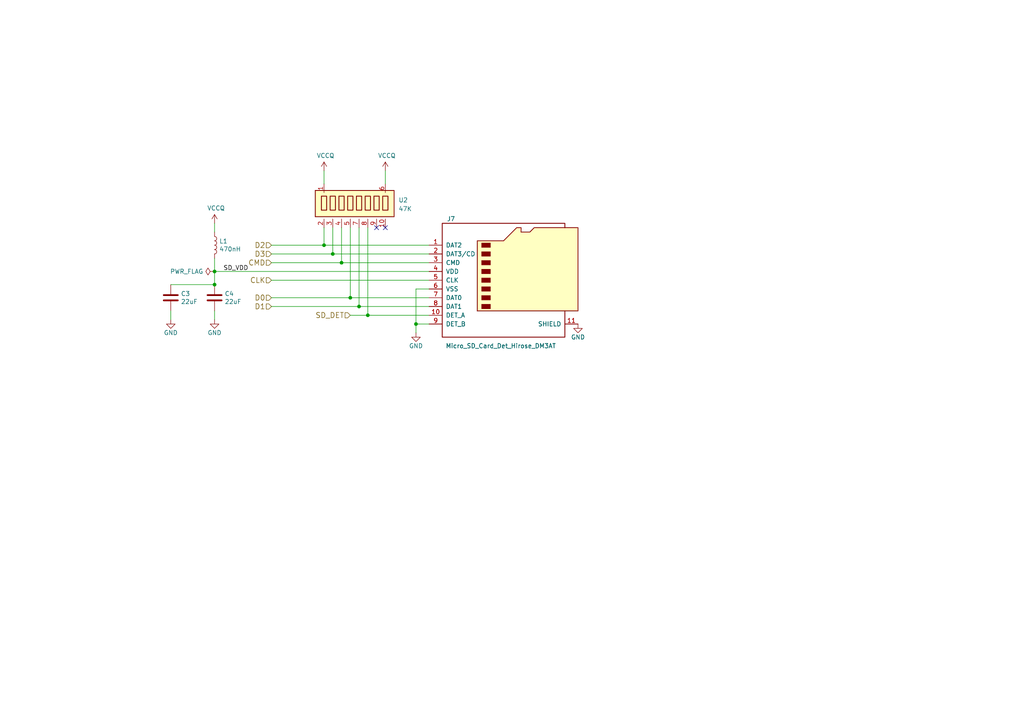
<source format=kicad_sch>
(kicad_sch (version 20230121) (generator eeschema)

  (uuid 580dd95b-2d37-4e38-9f03-b504f5bdbb30)

  (paper "A4")

  (title_block
    (title "PQ9ISH COMMS V/U")
    (date "2022-09-30")
    (rev "${version}")
    (company "Libre Space Foundation")
    (comment 1 " CERN OHLv1.2")
  )

  (lib_symbols
    (symbol "Connector:Micro_SD_Card_Det_Hirose_DM3AT" (pin_names (offset 1.016)) (in_bom yes) (on_board yes)
      (property "Reference" "J" (at -16.51 17.78 0)
        (effects (font (size 1.27 1.27)))
      )
      (property "Value" "Micro_SD_Card_Det_Hirose_DM3AT" (at 16.51 17.78 0)
        (effects (font (size 1.27 1.27)) (justify right))
      )
      (property "Footprint" "" (at 52.07 17.78 0)
        (effects (font (size 1.27 1.27)) hide)
      )
      (property "Datasheet" "https://www.hirose.com/product/en/download_file/key_name/DM3/category/Catalog/doc_file_id/49662/?file_category_id=4&item_id=195&is_series=1" (at 0 2.54 0)
        (effects (font (size 1.27 1.27)) hide)
      )
      (property "ki_keywords" "connector SD microsd" (at 0 0 0)
        (effects (font (size 1.27 1.27)) hide)
      )
      (property "ki_description" "Micro SD Card Socket with card detection pins" (at 0 0 0)
        (effects (font (size 1.27 1.27)) hide)
      )
      (property "ki_fp_filters" "microSD*" (at 0 0 0)
        (effects (font (size 1.27 1.27)) hide)
      )
      (symbol "Micro_SD_Card_Det_Hirose_DM3AT_0_1"
        (rectangle (start -7.62 -6.985) (end -5.08 -8.255)
          (stroke (width 0) (type default))
          (fill (type outline))
        )
        (rectangle (start -7.62 -4.445) (end -5.08 -5.715)
          (stroke (width 0) (type default))
          (fill (type outline))
        )
        (rectangle (start -7.62 -1.905) (end -5.08 -3.175)
          (stroke (width 0) (type default))
          (fill (type outline))
        )
        (rectangle (start -7.62 0.635) (end -5.08 -0.635)
          (stroke (width 0) (type default))
          (fill (type outline))
        )
        (rectangle (start -7.62 3.175) (end -5.08 1.905)
          (stroke (width 0) (type default))
          (fill (type outline))
        )
        (rectangle (start -7.62 5.715) (end -5.08 4.445)
          (stroke (width 0) (type default))
          (fill (type outline))
        )
        (rectangle (start -7.62 8.255) (end -5.08 6.985)
          (stroke (width 0) (type default))
          (fill (type outline))
        )
        (rectangle (start -7.62 10.795) (end -5.08 9.525)
          (stroke (width 0) (type default))
          (fill (type outline))
        )
        (polyline
          (pts
            (xy 16.51 15.24)
            (xy 16.51 16.51)
            (xy -19.05 16.51)
            (xy -19.05 -16.51)
            (xy 16.51 -16.51)
            (xy 16.51 -8.89)
          )
          (stroke (width 0.254) (type default))
          (fill (type none))
        )
        (polyline
          (pts
            (xy -8.89 -8.89)
            (xy -8.89 11.43)
            (xy -1.27 11.43)
            (xy 2.54 15.24)
            (xy 3.81 15.24)
            (xy 3.81 13.97)
            (xy 6.35 13.97)
            (xy 7.62 15.24)
            (xy 20.32 15.24)
            (xy 20.32 -8.89)
            (xy -8.89 -8.89)
          )
          (stroke (width 0.254) (type default))
          (fill (type background))
        )
      )
      (symbol "Micro_SD_Card_Det_Hirose_DM3AT_1_1"
        (pin bidirectional line (at -22.86 10.16 0) (length 3.81)
          (name "DAT2" (effects (font (size 1.27 1.27))))
          (number "1" (effects (font (size 1.27 1.27))))
        )
        (pin passive line (at -22.86 -10.16 0) (length 3.81)
          (name "DET_A" (effects (font (size 1.27 1.27))))
          (number "10" (effects (font (size 1.27 1.27))))
        )
        (pin passive line (at 20.32 -12.7 180) (length 3.81)
          (name "SHIELD" (effects (font (size 1.27 1.27))))
          (number "11" (effects (font (size 1.27 1.27))))
        )
        (pin bidirectional line (at -22.86 7.62 0) (length 3.81)
          (name "DAT3/CD" (effects (font (size 1.27 1.27))))
          (number "2" (effects (font (size 1.27 1.27))))
        )
        (pin input line (at -22.86 5.08 0) (length 3.81)
          (name "CMD" (effects (font (size 1.27 1.27))))
          (number "3" (effects (font (size 1.27 1.27))))
        )
        (pin power_in line (at -22.86 2.54 0) (length 3.81)
          (name "VDD" (effects (font (size 1.27 1.27))))
          (number "4" (effects (font (size 1.27 1.27))))
        )
        (pin input line (at -22.86 0 0) (length 3.81)
          (name "CLK" (effects (font (size 1.27 1.27))))
          (number "5" (effects (font (size 1.27 1.27))))
        )
        (pin power_in line (at -22.86 -2.54 0) (length 3.81)
          (name "VSS" (effects (font (size 1.27 1.27))))
          (number "6" (effects (font (size 1.27 1.27))))
        )
        (pin bidirectional line (at -22.86 -5.08 0) (length 3.81)
          (name "DAT0" (effects (font (size 1.27 1.27))))
          (number "7" (effects (font (size 1.27 1.27))))
        )
        (pin bidirectional line (at -22.86 -7.62 0) (length 3.81)
          (name "DAT1" (effects (font (size 1.27 1.27))))
          (number "8" (effects (font (size 1.27 1.27))))
        )
        (pin passive line (at -22.86 -12.7 0) (length 3.81)
          (name "DET_B" (effects (font (size 1.27 1.27))))
          (number "9" (effects (font (size 1.27 1.27))))
        )
      )
    )
    (symbol "Device:C" (pin_numbers hide) (pin_names (offset 0.254)) (in_bom yes) (on_board yes)
      (property "Reference" "C" (at 0.635 2.54 0)
        (effects (font (size 1.27 1.27)) (justify left))
      )
      (property "Value" "C" (at 0.635 -2.54 0)
        (effects (font (size 1.27 1.27)) (justify left))
      )
      (property "Footprint" "" (at 0.9652 -3.81 0)
        (effects (font (size 1.27 1.27)) hide)
      )
      (property "Datasheet" "~" (at 0 0 0)
        (effects (font (size 1.27 1.27)) hide)
      )
      (property "ki_keywords" "cap capacitor" (at 0 0 0)
        (effects (font (size 1.27 1.27)) hide)
      )
      (property "ki_description" "Unpolarized capacitor" (at 0 0 0)
        (effects (font (size 1.27 1.27)) hide)
      )
      (property "ki_fp_filters" "C_*" (at 0 0 0)
        (effects (font (size 1.27 1.27)) hide)
      )
      (symbol "C_0_1"
        (polyline
          (pts
            (xy -2.032 -0.762)
            (xy 2.032 -0.762)
          )
          (stroke (width 0.508) (type default))
          (fill (type none))
        )
        (polyline
          (pts
            (xy -2.032 0.762)
            (xy 2.032 0.762)
          )
          (stroke (width 0.508) (type default))
          (fill (type none))
        )
      )
      (symbol "C_1_1"
        (pin passive line (at 0 3.81 270) (length 2.794)
          (name "~" (effects (font (size 1.27 1.27))))
          (number "1" (effects (font (size 1.27 1.27))))
        )
        (pin passive line (at 0 -3.81 90) (length 2.794)
          (name "~" (effects (font (size 1.27 1.27))))
          (number "2" (effects (font (size 1.27 1.27))))
        )
      )
    )
    (symbol "Device:L" (pin_numbers hide) (pin_names (offset 1.016) hide) (in_bom yes) (on_board yes)
      (property "Reference" "L" (at -1.27 0 90)
        (effects (font (size 1.27 1.27)))
      )
      (property "Value" "L" (at 1.905 0 90)
        (effects (font (size 1.27 1.27)))
      )
      (property "Footprint" "" (at 0 0 0)
        (effects (font (size 1.27 1.27)) hide)
      )
      (property "Datasheet" "~" (at 0 0 0)
        (effects (font (size 1.27 1.27)) hide)
      )
      (property "ki_keywords" "inductor choke coil reactor magnetic" (at 0 0 0)
        (effects (font (size 1.27 1.27)) hide)
      )
      (property "ki_description" "Inductor" (at 0 0 0)
        (effects (font (size 1.27 1.27)) hide)
      )
      (property "ki_fp_filters" "Choke_* *Coil* Inductor_* L_*" (at 0 0 0)
        (effects (font (size 1.27 1.27)) hide)
      )
      (symbol "L_0_1"
        (arc (start 0 -2.54) (mid 0.6323 -1.905) (end 0 -1.27)
          (stroke (width 0) (type default))
          (fill (type none))
        )
        (arc (start 0 -1.27) (mid 0.6323 -0.635) (end 0 0)
          (stroke (width 0) (type default))
          (fill (type none))
        )
        (arc (start 0 0) (mid 0.6323 0.635) (end 0 1.27)
          (stroke (width 0) (type default))
          (fill (type none))
        )
        (arc (start 0 1.27) (mid 0.6323 1.905) (end 0 2.54)
          (stroke (width 0) (type default))
          (fill (type none))
        )
      )
      (symbol "L_1_1"
        (pin passive line (at 0 3.81 270) (length 1.27)
          (name "1" (effects (font (size 1.27 1.27))))
          (number "1" (effects (font (size 1.27 1.27))))
        )
        (pin passive line (at 0 -3.81 90) (length 1.27)
          (name "2" (effects (font (size 1.27 1.27))))
          (number "2" (effects (font (size 1.27 1.27))))
        )
      )
    )
    (symbol "lsf-kicad:RN" (pin_names hide) (in_bom yes) (on_board yes)
      (property "Reference" "U" (at 5.08 6.35 0)
        (effects (font (size 1.27 1.27)))
      )
      (property "Value" "RN" (at -1.27 6.35 0)
        (effects (font (size 1.27 1.27)))
      )
      (property "Footprint" "" (at 2.54 2.54 0)
        (effects (font (size 1.27 1.27)) hide)
      )
      (property "Datasheet" "https://industrial.panasonic.com/cdbs/www-data/pdf/AOC0000/AOC0000C12.pdf" (at 2.54 2.54 0)
        (effects (font (size 1.27 1.27)) hide)
      )
      (property "ki_keywords" "resistors" (at 0 0 0)
        (effects (font (size 1.27 1.27)) hide)
      )
      (property "ki_description" "Resistor Network" (at 0 0 0)
        (effects (font (size 1.27 1.27)) hide)
      )
      (property "ki_fp_filters" "EXBD* EXBE*" (at 0 0 0)
        (effects (font (size 1.27 1.27)) hide)
      )
      (symbol "RN_1_1"
        (rectangle (start -10.16 -4.445) (end 12.7 3.175)
          (stroke (width 0.254) (type default))
          (fill (type background))
        )
        (rectangle (start -8.382 1.524) (end -6.858 -2.54)
          (stroke (width 0.254) (type default))
          (fill (type none))
        )
        (rectangle (start -5.842 1.524) (end -4.318 -2.54)
          (stroke (width 0.254) (type default))
          (fill (type none))
        )
        (rectangle (start -3.302 1.524) (end -1.778 -2.54)
          (stroke (width 0.254) (type default))
          (fill (type none))
        )
        (rectangle (start -0.762 1.524) (end 0.762 -2.54)
          (stroke (width 0.254) (type default))
          (fill (type none))
        )
        (rectangle (start 1.778 1.524) (end 3.302 -2.54)
          (stroke (width 0.254) (type default))
          (fill (type none))
        )
        (rectangle (start 4.318 1.524) (end 5.842 -2.54)
          (stroke (width 0.254) (type default))
          (fill (type none))
        )
        (rectangle (start 6.858 1.524) (end 8.382 -2.54)
          (stroke (width 0.254) (type default))
          (fill (type none))
        )
        (rectangle (start 9.398 1.524) (end 10.922 -2.54)
          (stroke (width 0.254) (type default))
          (fill (type none))
        )
        (pin passive line (at -7.62 5.08 270) (length 2.54)
          (name "common" (effects (font (size 1.27 1.27))))
          (number "1" (effects (font (size 1.27 1.27))))
        )
        (pin passive line (at 10.16 -7.62 90) (length 2.54)
          (name "R8" (effects (font (size 1.27 1.27))))
          (number "10" (effects (font (size 1.27 1.27))))
        )
        (pin passive line (at -7.62 -7.62 90) (length 2.54)
          (name "R1" (effects (font (size 1.27 1.27))))
          (number "2" (effects (font (size 1.27 1.27))))
        )
        (pin passive line (at -5.08 -7.62 90) (length 2.54)
          (name "R2" (effects (font (size 1.27 1.27))))
          (number "3" (effects (font (size 1.27 1.27))))
        )
        (pin passive line (at -2.54 -7.62 90) (length 2.54)
          (name "R3" (effects (font (size 1.27 1.27))))
          (number "4" (effects (font (size 1.27 1.27))))
        )
        (pin passive line (at 0 -7.62 90) (length 2.54)
          (name "R4" (effects (font (size 1.27 1.27))))
          (number "5" (effects (font (size 1.27 1.27))))
        )
        (pin passive line (at 10.16 5.08 270) (length 2.54)
          (name "Common" (effects (font (size 1.27 1.27))))
          (number "6" (effects (font (size 1.27 1.27))))
        )
        (pin passive line (at 2.54 -7.62 90) (length 2.54)
          (name "R5" (effects (font (size 1.27 1.27))))
          (number "7" (effects (font (size 1.27 1.27))))
        )
        (pin passive line (at 5.08 -7.62 90) (length 2.54)
          (name "R6" (effects (font (size 1.27 1.27))))
          (number "8" (effects (font (size 1.27 1.27))))
        )
        (pin passive line (at 7.62 -7.62 90) (length 2.54)
          (name "R7" (effects (font (size 1.27 1.27))))
          (number "9" (effects (font (size 1.27 1.27))))
        )
      )
    )
    (symbol "power:GND" (power) (pin_names (offset 0)) (in_bom yes) (on_board yes)
      (property "Reference" "#PWR" (at 0 -6.35 0)
        (effects (font (size 1.27 1.27)) hide)
      )
      (property "Value" "GND" (at 0 -3.81 0)
        (effects (font (size 1.27 1.27)))
      )
      (property "Footprint" "" (at 0 0 0)
        (effects (font (size 1.27 1.27)) hide)
      )
      (property "Datasheet" "" (at 0 0 0)
        (effects (font (size 1.27 1.27)) hide)
      )
      (property "ki_keywords" "power-flag" (at 0 0 0)
        (effects (font (size 1.27 1.27)) hide)
      )
      (property "ki_description" "Power symbol creates a global label with name \"GND\" , ground" (at 0 0 0)
        (effects (font (size 1.27 1.27)) hide)
      )
      (symbol "GND_0_1"
        (polyline
          (pts
            (xy 0 0)
            (xy 0 -1.27)
            (xy 1.27 -1.27)
            (xy 0 -2.54)
            (xy -1.27 -1.27)
            (xy 0 -1.27)
          )
          (stroke (width 0) (type default))
          (fill (type none))
        )
      )
      (symbol "GND_1_1"
        (pin power_in line (at 0 0 270) (length 0) hide
          (name "GND" (effects (font (size 1.27 1.27))))
          (number "1" (effects (font (size 1.27 1.27))))
        )
      )
    )
    (symbol "power:PWR_FLAG" (power) (pin_numbers hide) (pin_names (offset 0) hide) (in_bom yes) (on_board yes)
      (property "Reference" "#FLG" (at 0 1.905 0)
        (effects (font (size 1.27 1.27)) hide)
      )
      (property "Value" "PWR_FLAG" (at 0 3.81 0)
        (effects (font (size 1.27 1.27)))
      )
      (property "Footprint" "" (at 0 0 0)
        (effects (font (size 1.27 1.27)) hide)
      )
      (property "Datasheet" "~" (at 0 0 0)
        (effects (font (size 1.27 1.27)) hide)
      )
      (property "ki_keywords" "power-flag" (at 0 0 0)
        (effects (font (size 1.27 1.27)) hide)
      )
      (property "ki_description" "Special symbol for telling ERC where power comes from" (at 0 0 0)
        (effects (font (size 1.27 1.27)) hide)
      )
      (symbol "PWR_FLAG_0_0"
        (pin power_out line (at 0 0 90) (length 0)
          (name "pwr" (effects (font (size 1.27 1.27))))
          (number "1" (effects (font (size 1.27 1.27))))
        )
      )
      (symbol "PWR_FLAG_0_1"
        (polyline
          (pts
            (xy 0 0)
            (xy 0 1.27)
            (xy -1.016 1.905)
            (xy 0 2.54)
            (xy 1.016 1.905)
            (xy 0 1.27)
          )
          (stroke (width 0) (type default))
          (fill (type none))
        )
      )
    )
    (symbol "power:VCCQ" (power) (pin_names (offset 0)) (in_bom yes) (on_board yes)
      (property "Reference" "#PWR" (at 0 -3.81 0)
        (effects (font (size 1.27 1.27)) hide)
      )
      (property "Value" "VCCQ" (at 0 3.81 0)
        (effects (font (size 1.27 1.27)))
      )
      (property "Footprint" "" (at 0 0 0)
        (effects (font (size 1.27 1.27)) hide)
      )
      (property "Datasheet" "" (at 0 0 0)
        (effects (font (size 1.27 1.27)) hide)
      )
      (property "ki_keywords" "power-flag" (at 0 0 0)
        (effects (font (size 1.27 1.27)) hide)
      )
      (property "ki_description" "Power symbol creates a global label with name \"VCCQ\"" (at 0 0 0)
        (effects (font (size 1.27 1.27)) hide)
      )
      (symbol "VCCQ_0_1"
        (polyline
          (pts
            (xy -0.762 1.27)
            (xy 0 2.54)
          )
          (stroke (width 0) (type default))
          (fill (type none))
        )
        (polyline
          (pts
            (xy 0 0)
            (xy 0 2.54)
          )
          (stroke (width 0) (type default))
          (fill (type none))
        )
        (polyline
          (pts
            (xy 0 2.54)
            (xy 0.762 1.27)
          )
          (stroke (width 0) (type default))
          (fill (type none))
        )
      )
      (symbol "VCCQ_1_1"
        (pin power_in line (at 0 0 90) (length 0) hide
          (name "VCCQ" (effects (font (size 1.27 1.27))))
          (number "1" (effects (font (size 1.27 1.27))))
        )
      )
    )
  )

  (junction (at 93.98 71.12) (diameter 0) (color 0 0 0 0)
    (uuid 079d9418-34f2-4aaa-8d49-a8a681b73d06)
  )
  (junction (at 104.14 88.9) (diameter 0) (color 0 0 0 0)
    (uuid 0ebb5e69-b695-44f7-ac08-73afdf0969aa)
  )
  (junction (at 101.6 86.36) (diameter 0) (color 0 0 0 0)
    (uuid 1756409a-f81d-4114-95aa-db5303f71d5c)
  )
  (junction (at 62.23 78.74) (diameter 0) (color 0 0 0 0)
    (uuid 3f28c767-2194-4fa3-b3fd-f5e1d773889c)
  )
  (junction (at 96.52 73.66) (diameter 0) (color 0 0 0 0)
    (uuid 52ce1fb2-2bf7-4917-88e4-bdda9acb83d9)
  )
  (junction (at 106.68 91.44) (diameter 0) (color 0 0 0 0)
    (uuid 5e3529e9-8195-4acb-900b-068734bcd696)
  )
  (junction (at 120.65 93.98) (diameter 0) (color 0 0 0 0)
    (uuid 653ed7c9-bcbb-47d2-86c5-29134b7b46d5)
  )
  (junction (at 62.23 82.55) (diameter 0) (color 0 0 0 0)
    (uuid 6c6856ab-18aa-4379-97af-5d1fb4b33e91)
  )
  (junction (at 99.06 76.2) (diameter 0) (color 0 0 0 0)
    (uuid 8e797c7f-dd6c-42c8-9bdc-f3ef2a35050d)
  )

  (no_connect (at 109.22 66.04) (uuid a5bd1f02-0824-49b2-9cc6-4d84e203bdbc))
  (no_connect (at 111.76 66.04) (uuid e63d52be-46f5-45da-b665-b55a13e00425))

  (wire (pts (xy 78.74 73.66) (xy 96.52 73.66))
    (stroke (width 0) (type default))
    (uuid 05d90e7f-a1e7-4bee-9740-dcaa6b55faf6)
  )
  (wire (pts (xy 96.52 73.66) (xy 124.46 73.66))
    (stroke (width 0) (type default))
    (uuid 0b9dc6d5-9b5e-4809-97aa-97a6bbf135b0)
  )
  (wire (pts (xy 93.98 71.12) (xy 124.46 71.12))
    (stroke (width 0) (type default))
    (uuid 0cb6447d-b236-42a4-9336-351569343d98)
  )
  (wire (pts (xy 124.46 83.82) (xy 120.65 83.82))
    (stroke (width 0) (type default))
    (uuid 0f986f99-73d6-44da-8bb7-a9e4cb739b20)
  )
  (wire (pts (xy 49.53 90.17) (xy 49.53 92.71))
    (stroke (width 0) (type default))
    (uuid 1b8ecd8c-534d-4a44-9e06-e439bf78b577)
  )
  (wire (pts (xy 111.76 49.53) (xy 111.76 53.34))
    (stroke (width 0) (type default))
    (uuid 26dbae75-1bbf-41ff-b509-f04fa2a67025)
  )
  (wire (pts (xy 101.6 66.04) (xy 101.6 86.36))
    (stroke (width 0) (type default))
    (uuid 27c705c4-7c95-4762-8cd2-ad0c822b836c)
  )
  (wire (pts (xy 106.68 66.04) (xy 106.68 91.44))
    (stroke (width 0) (type default))
    (uuid 3507806c-8d07-4abc-bc48-a97a995d7768)
  )
  (wire (pts (xy 62.23 78.74) (xy 62.23 82.55))
    (stroke (width 0) (type default))
    (uuid 36ece597-f497-414a-bc22-d1483903de74)
  )
  (wire (pts (xy 62.23 64.77) (xy 62.23 67.31))
    (stroke (width 0) (type default))
    (uuid 43601215-9d9e-4b5c-8bea-3e7357b27876)
  )
  (wire (pts (xy 104.14 66.04) (xy 104.14 88.9))
    (stroke (width 0) (type default))
    (uuid 47ed7763-8d55-4688-9fee-364194d2ee2a)
  )
  (wire (pts (xy 78.74 86.36) (xy 101.6 86.36))
    (stroke (width 0) (type default))
    (uuid 53a92df4-7298-4d72-aea2-0055ef09348a)
  )
  (wire (pts (xy 99.06 66.04) (xy 99.06 76.2))
    (stroke (width 0) (type default))
    (uuid 56d66012-8ce8-42c1-85bc-5eb7eaefef1f)
  )
  (wire (pts (xy 49.53 82.55) (xy 62.23 82.55))
    (stroke (width 0) (type default))
    (uuid 5ab97d5f-22db-4a8f-b21a-ae04d82b14a4)
  )
  (wire (pts (xy 104.14 88.9) (xy 124.46 88.9))
    (stroke (width 0) (type default))
    (uuid 636b7a41-a053-462c-8126-b49dc9127b2d)
  )
  (wire (pts (xy 101.6 86.36) (xy 124.46 86.36))
    (stroke (width 0) (type default))
    (uuid 64bb0d26-be30-4edb-ba6a-156878c7e4c1)
  )
  (wire (pts (xy 93.98 49.53) (xy 93.98 53.34))
    (stroke (width 0) (type default))
    (uuid 6b93ff40-a1b0-43d3-bab7-b70ccf8e4558)
  )
  (wire (pts (xy 101.6 91.44) (xy 106.68 91.44))
    (stroke (width 0) (type default))
    (uuid 71d99a5f-500e-4b33-abff-a406ef09375c)
  )
  (wire (pts (xy 120.65 83.82) (xy 120.65 93.98))
    (stroke (width 0) (type default))
    (uuid 8b2be630-b44a-4a6d-af82-b044dd8d92bc)
  )
  (wire (pts (xy 62.23 90.17) (xy 62.23 92.71))
    (stroke (width 0) (type default))
    (uuid 94a5e0f5-7b3d-4907-8acb-139d2db5dd45)
  )
  (wire (pts (xy 120.65 93.98) (xy 120.65 96.52))
    (stroke (width 0) (type default))
    (uuid 9699c3ec-7c07-438e-815a-a59bc7852d5c)
  )
  (wire (pts (xy 78.74 88.9) (xy 104.14 88.9))
    (stroke (width 0) (type default))
    (uuid b40ec40d-207b-4b09-b91e-cb00045b25ee)
  )
  (wire (pts (xy 62.23 78.74) (xy 124.46 78.74))
    (stroke (width 0) (type default))
    (uuid b6504ecc-3d0d-47aa-952b-be54a7a048f0)
  )
  (wire (pts (xy 78.74 81.28) (xy 124.46 81.28))
    (stroke (width 0) (type default))
    (uuid c2245cb4-3ca3-4f4a-9381-e99658d315f0)
  )
  (wire (pts (xy 96.52 66.04) (xy 96.52 73.66))
    (stroke (width 0) (type default))
    (uuid c77ec03b-df8f-4b2d-8680-c5b6203dea5a)
  )
  (wire (pts (xy 78.74 71.12) (xy 93.98 71.12))
    (stroke (width 0) (type default))
    (uuid cbd92a5c-76c9-4f10-abf7-dffbc859a445)
  )
  (wire (pts (xy 93.98 66.04) (xy 93.98 71.12))
    (stroke (width 0) (type default))
    (uuid cf4b2713-ee6f-4435-94db-6e8e14943641)
  )
  (wire (pts (xy 62.23 74.93) (xy 62.23 78.74))
    (stroke (width 0) (type default))
    (uuid d1d17734-da80-4004-b7d9-be6b578eddd3)
  )
  (wire (pts (xy 78.74 76.2) (xy 99.06 76.2))
    (stroke (width 0) (type default))
    (uuid e747ebdd-477d-4a97-92b9-575517c8e19d)
  )
  (wire (pts (xy 99.06 76.2) (xy 124.46 76.2))
    (stroke (width 0) (type default))
    (uuid e99c82c8-0034-4713-a6ee-b9cad27bc6bd)
  )
  (wire (pts (xy 124.46 93.98) (xy 120.65 93.98))
    (stroke (width 0) (type default))
    (uuid f89293a5-5288-447c-a3d5-1c47d67c19e7)
  )
  (wire (pts (xy 106.68 91.44) (xy 124.46 91.44))
    (stroke (width 0) (type default))
    (uuid fa2536b8-ec9e-46cd-87a2-349a6196c633)
  )

  (label "SD_VDD" (at 64.77 78.74 0) (fields_autoplaced)
    (effects (font (size 1.27 1.27)) (justify left bottom))
    (uuid b6c8af22-ff57-4792-92c9-cc70bb1fbb6d)
  )

  (hierarchical_label "D0" (shape input) (at 78.74 86.36 180) (fields_autoplaced)
    (effects (font (size 1.524 1.524)) (justify right))
    (uuid 2dd853d9-06e7-425c-8c26-2e05131ec04e)
  )
  (hierarchical_label "D2" (shape input) (at 78.74 71.12 180) (fields_autoplaced)
    (effects (font (size 1.524 1.524)) (justify right))
    (uuid 3579d77b-9b78-4c35-95d3-907116013917)
  )
  (hierarchical_label "SD_DET" (shape input) (at 101.6 91.44 180) (fields_autoplaced)
    (effects (font (size 1.524 1.524)) (justify right))
    (uuid af1399a6-6507-48e1-97eb-845315a626b7)
  )
  (hierarchical_label "D1" (shape input) (at 78.74 88.9 180) (fields_autoplaced)
    (effects (font (size 1.524 1.524)) (justify right))
    (uuid b0cf0199-3349-4743-a382-d0d9bf1a17e1)
  )
  (hierarchical_label "CLK" (shape input) (at 78.74 81.28 180) (fields_autoplaced)
    (effects (font (size 1.524 1.524)) (justify right))
    (uuid b6219cd8-c726-439a-bbd5-d51523297b4e)
  )
  (hierarchical_label "D3" (shape input) (at 78.74 73.66 180) (fields_autoplaced)
    (effects (font (size 1.524 1.524)) (justify right))
    (uuid bab31d72-0a9b-4241-b00c-15d21ce3eb70)
  )
  (hierarchical_label "CMD" (shape input) (at 78.74 76.2 180) (fields_autoplaced)
    (effects (font (size 1.524 1.524)) (justify right))
    (uuid db0f6a20-33cc-4e56-b1cd-dd640048fe32)
  )

  (symbol (lib_id "Connector:Micro_SD_Card_Det_Hirose_DM3AT") (at 147.32 81.28 0) (unit 1)
    (in_bom yes) (on_board yes) (dnp no)
    (uuid 00000000-0000-0000-0000-00005a286c02)
    (property "Reference" "J7" (at 130.81 63.5 0)
      (effects (font (size 1.27 1.27)))
    )
    (property "Value" "Micro_SD_Card_Det_Hirose_DM3AT" (at 161.29 100.33 0)
      (effects (font (size 1.27 1.27)) (justify right))
    )
    (property "Footprint" "Connector_Card:microSD_HC_Hirose_DM3D-SF" (at 199.39 63.5 0)
      (effects (font (size 1.27 1.27)) hide)
    )
    (property "Datasheet" "https://www.hirose.com/product/en/download_file/key_name/DM3/category/Catalog/doc_file_id/49662/?file_category_id=4&item_id=195&is_series=1" (at 147.32 78.74 0)
      (effects (font (size 1.27 1.27)) hide)
    )
    (property "Part Number" "DM3D-SF" (at 0 162.56 0)
      (effects (font (size 1.27 1.27)) hide)
    )
    (pin "1" (uuid 1026daf8-f7cf-41f1-96d0-fa3e6953b299))
    (pin "10" (uuid fa80a200-a09e-4a72-bf72-0c5b218edc74))
    (pin "11" (uuid fb8e7cce-b48f-4db7-b649-f8007aac23de))
    (pin "2" (uuid f0529ebc-9629-4c14-834e-0131ce495f5a))
    (pin "3" (uuid b5f2fa21-ca4f-48d4-ba8b-0c796a088f0d))
    (pin "4" (uuid a33101e6-0746-456d-ac3c-55960277d703))
    (pin "5" (uuid 18159970-be8a-4a29-8201-b96d66f302e7))
    (pin "6" (uuid 63aa011a-6ea7-41d3-85c8-b72de4353156))
    (pin "7" (uuid 51bb842f-14a4-4c54-abc1-fd1733586c54))
    (pin "8" (uuid 1dffd312-7394-400d-a7cd-d4b1d3c3ac4d))
    (pin "9" (uuid 0229215f-1794-4441-aa12-5b4227dd1eda))
    (instances
      (project "NEW_PCB_ADCS"
        (path "/42c40d7d-71af-4ce9-bac9-d638f259c957/00000000-0000-0000-0000-00005a285e0e"
          (reference "J7") (unit 1)
        )
      )
      (project "pq9ish-main-hw"
        (path "/619b49ed-1bcd-4c84-8c0f-98372f01728f/00000000-0000-0000-0000-00005a285e0e"
          (reference "J5") (unit 1)
        )
      )
    )
  )

  (symbol (lib_id "power:GND") (at 120.65 96.52 0) (unit 1)
    (in_bom yes) (on_board yes) (dnp no)
    (uuid 00000000-0000-0000-0000-00005a286d53)
    (property "Reference" "#PWR022" (at 120.65 102.87 0)
      (effects (font (size 1.27 1.27)) hide)
    )
    (property "Value" "GND" (at 120.65 100.33 0)
      (effects (font (size 1.27 1.27)))
    )
    (property "Footprint" "" (at 120.65 96.52 0)
      (effects (font (size 1.27 1.27)) hide)
    )
    (property "Datasheet" "" (at 120.65 96.52 0)
      (effects (font (size 1.27 1.27)) hide)
    )
    (pin "1" (uuid 5ecc039e-3e5d-4e58-81d7-ae0d27f1455c))
    (instances
      (project "NEW_PCB_ADCS"
        (path "/42c40d7d-71af-4ce9-bac9-d638f259c957/00000000-0000-0000-0000-00005a285e0e"
          (reference "#PWR022") (unit 1)
        )
      )
      (project "pq9ish-main-hw"
        (path "/619b49ed-1bcd-4c84-8c0f-98372f01728f/00000000-0000-0000-0000-00005a285e0e"
          (reference "#PWR029") (unit 1)
        )
      )
    )
  )

  (symbol (lib_id "power:GND") (at 167.64 93.98 0) (unit 1)
    (in_bom yes) (on_board yes) (dnp no)
    (uuid 00000000-0000-0000-0000-00005a286d89)
    (property "Reference" "#PWR023" (at 167.64 100.33 0)
      (effects (font (size 1.27 1.27)) hide)
    )
    (property "Value" "GND" (at 167.64 97.79 0)
      (effects (font (size 1.27 1.27)))
    )
    (property "Footprint" "" (at 167.64 93.98 0)
      (effects (font (size 1.27 1.27)) hide)
    )
    (property "Datasheet" "" (at 167.64 93.98 0)
      (effects (font (size 1.27 1.27)) hide)
    )
    (pin "1" (uuid 6155e514-52aa-48fa-8e00-46fb7897db32))
    (instances
      (project "NEW_PCB_ADCS"
        (path "/42c40d7d-71af-4ce9-bac9-d638f259c957/00000000-0000-0000-0000-00005a285e0e"
          (reference "#PWR023") (unit 1)
        )
      )
      (project "pq9ish-main-hw"
        (path "/619b49ed-1bcd-4c84-8c0f-98372f01728f/00000000-0000-0000-0000-00005a285e0e"
          (reference "#PWR030") (unit 1)
        )
      )
    )
  )

  (symbol (lib_id "power:VCCQ") (at 62.23 64.77 0) (unit 1)
    (in_bom yes) (on_board yes) (dnp no)
    (uuid 00000000-0000-0000-0000-00005a85ac75)
    (property "Reference" "#PWR018" (at 62.23 68.58 0)
      (effects (font (size 1.27 1.27)) hide)
    )
    (property "Value" "VCCQ" (at 62.6618 60.3758 0)
      (effects (font (size 1.27 1.27)))
    )
    (property "Footprint" "" (at 62.23 64.77 0)
      (effects (font (size 1.27 1.27)) hide)
    )
    (property "Datasheet" "" (at 62.23 64.77 0)
      (effects (font (size 1.27 1.27)) hide)
    )
    (pin "1" (uuid 424c07f3-2278-48c3-8cbf-d1cce43175d7))
    (instances
      (project "NEW_PCB_ADCS"
        (path "/42c40d7d-71af-4ce9-bac9-d638f259c957/00000000-0000-0000-0000-00005a285e0e"
          (reference "#PWR018") (unit 1)
        )
      )
      (project "pq9ish-main-hw"
        (path "/619b49ed-1bcd-4c84-8c0f-98372f01728f/00000000-0000-0000-0000-00005a285e0e"
          (reference "#PWR031") (unit 1)
        )
      )
    )
  )

  (symbol (lib_id "power:VCCQ") (at 111.76 49.53 0) (unit 1)
    (in_bom yes) (on_board yes) (dnp no)
    (uuid 00000000-0000-0000-0000-00005a9021fe)
    (property "Reference" "#PWR021" (at 111.76 53.34 0)
      (effects (font (size 1.27 1.27)) hide)
    )
    (property "Value" "VCCQ" (at 112.1918 45.1358 0)
      (effects (font (size 1.27 1.27)))
    )
    (property "Footprint" "" (at 111.76 49.53 0)
      (effects (font (size 1.27 1.27)) hide)
    )
    (property "Datasheet" "" (at 111.76 49.53 0)
      (effects (font (size 1.27 1.27)) hide)
    )
    (pin "1" (uuid 98d327bb-5c51-4bae-8edf-7d0e4b59178b))
    (instances
      (project "NEW_PCB_ADCS"
        (path "/42c40d7d-71af-4ce9-bac9-d638f259c957/00000000-0000-0000-0000-00005a285e0e"
          (reference "#PWR021") (unit 1)
        )
      )
      (project "pq9ish-main-hw"
        (path "/619b49ed-1bcd-4c84-8c0f-98372f01728f/00000000-0000-0000-0000-00005a285e0e"
          (reference "#PWR055") (unit 1)
        )
      )
    )
  )

  (symbol (lib_id "Device:L") (at 62.23 71.12 0) (unit 1)
    (in_bom yes) (on_board yes) (dnp no)
    (uuid 00000000-0000-0000-0000-00005a91484a)
    (property "Reference" "L1" (at 63.5762 69.9516 0)
      (effects (font (size 1.27 1.27)) (justify left))
    )
    (property "Value" "470nH" (at 63.5762 72.263 0)
      (effects (font (size 1.27 1.27)) (justify left))
    )
    (property "Footprint" "Inductor_SMD:L_0603_1608Metric_Pad1.05x0.95mm_HandSolder" (at 62.23 71.12 0)
      (effects (font (size 1.27 1.27)) hide)
    )
    (property "Datasheet" "~" (at 62.23 71.12 0)
      (effects (font (size 1.27 1.27)) hide)
    )
    (property "Part Number" "DFE18SANR47ME0L" (at 0 142.24 0)
      (effects (font (size 1.27 1.27)) hide)
    )
    (pin "1" (uuid e0f4947c-5344-47be-a0c6-9ef6914d5ceb))
    (pin "2" (uuid bbfb5e2a-171d-4851-a7fe-807961c42b2c))
    (instances
      (project "NEW_PCB_ADCS"
        (path "/42c40d7d-71af-4ce9-bac9-d638f259c957/00000000-0000-0000-0000-00005a285e0e"
          (reference "L1") (unit 1)
        )
      )
      (project "pq9ish-main-hw"
        (path "/619b49ed-1bcd-4c84-8c0f-98372f01728f/00000000-0000-0000-0000-00005a285e0e"
          (reference "L15") (unit 1)
        )
      )
    )
  )

  (symbol (lib_id "Device:C") (at 62.23 86.36 0) (unit 1)
    (in_bom yes) (on_board yes) (dnp no)
    (uuid 00000000-0000-0000-0000-00005a914a42)
    (property "Reference" "C4" (at 65.151 85.1916 0)
      (effects (font (size 1.27 1.27)) (justify left))
    )
    (property "Value" "22uF" (at 65.151 87.503 0)
      (effects (font (size 1.27 1.27)) (justify left))
    )
    (property "Footprint" "Capacitor_SMD:C_0603_1608Metric_Pad1.08x0.95mm_HandSolder" (at 63.1952 90.17 0)
      (effects (font (size 1.27 1.27)) hide)
    )
    (property "Datasheet" "~" (at 62.23 86.36 0)
      (effects (font (size 1.27 1.27)) hide)
    )
    (property "Part Number" "GRM188C80J226ME15D" (at 0 172.72 0)
      (effects (font (size 1.27 1.27)) hide)
    )
    (pin "1" (uuid 5ec04323-cbf2-46e0-9a21-49ad770f0694))
    (pin "2" (uuid be2483f4-b986-43d6-b1ad-da1442afe399))
    (instances
      (project "NEW_PCB_ADCS"
        (path "/42c40d7d-71af-4ce9-bac9-d638f259c957/00000000-0000-0000-0000-00005a285e0e"
          (reference "C4") (unit 1)
        )
      )
      (project "pq9ish-main-hw"
        (path "/619b49ed-1bcd-4c84-8c0f-98372f01728f/00000000-0000-0000-0000-00005a285e0e"
          (reference "C33") (unit 1)
        )
      )
    )
  )

  (symbol (lib_id "Device:C") (at 49.53 86.36 0) (unit 1)
    (in_bom yes) (on_board yes) (dnp no)
    (uuid 00000000-0000-0000-0000-00005a914a66)
    (property "Reference" "C3" (at 52.451 85.1916 0)
      (effects (font (size 1.27 1.27)) (justify left))
    )
    (property "Value" "22uF" (at 52.451 87.503 0)
      (effects (font (size 1.27 1.27)) (justify left))
    )
    (property "Footprint" "Capacitor_SMD:C_0603_1608Metric_Pad1.08x0.95mm_HandSolder" (at 50.4952 90.17 0)
      (effects (font (size 1.27 1.27)) hide)
    )
    (property "Datasheet" "~" (at 49.53 86.36 0)
      (effects (font (size 1.27 1.27)) hide)
    )
    (property "Part Number" "GRM188C80J226ME15D" (at 0 172.72 0)
      (effects (font (size 1.27 1.27)) hide)
    )
    (pin "1" (uuid 3ac5a75f-2c05-41d8-b97b-37203a185598))
    (pin "2" (uuid 004e0b0b-cc03-4488-bffa-940b89b0dcfd))
    (instances
      (project "NEW_PCB_ADCS"
        (path "/42c40d7d-71af-4ce9-bac9-d638f259c957/00000000-0000-0000-0000-00005a285e0e"
          (reference "C3") (unit 1)
        )
      )
      (project "pq9ish-main-hw"
        (path "/619b49ed-1bcd-4c84-8c0f-98372f01728f/00000000-0000-0000-0000-00005a285e0e"
          (reference "C32") (unit 1)
        )
      )
    )
  )

  (symbol (lib_id "power:GND") (at 62.23 92.71 0) (unit 1)
    (in_bom yes) (on_board yes) (dnp no)
    (uuid 00000000-0000-0000-0000-00005a914de8)
    (property "Reference" "#PWR019" (at 62.23 99.06 0)
      (effects (font (size 1.27 1.27)) hide)
    )
    (property "Value" "GND" (at 62.23 96.52 0)
      (effects (font (size 1.27 1.27)))
    )
    (property "Footprint" "" (at 62.23 92.71 0)
      (effects (font (size 1.27 1.27)) hide)
    )
    (property "Datasheet" "" (at 62.23 92.71 0)
      (effects (font (size 1.27 1.27)) hide)
    )
    (pin "1" (uuid cbcd514f-933b-4954-89e6-9fadf1e0be35))
    (instances
      (project "NEW_PCB_ADCS"
        (path "/42c40d7d-71af-4ce9-bac9-d638f259c957/00000000-0000-0000-0000-00005a285e0e"
          (reference "#PWR019") (unit 1)
        )
      )
      (project "pq9ish-main-hw"
        (path "/619b49ed-1bcd-4c84-8c0f-98372f01728f/00000000-0000-0000-0000-00005a285e0e"
          (reference "#PWR050") (unit 1)
        )
      )
    )
  )

  (symbol (lib_id "power:GND") (at 49.53 92.71 0) (unit 1)
    (in_bom yes) (on_board yes) (dnp no)
    (uuid 00000000-0000-0000-0000-00005a914e05)
    (property "Reference" "#PWR017" (at 49.53 99.06 0)
      (effects (font (size 1.27 1.27)) hide)
    )
    (property "Value" "GND" (at 49.53 96.52 0)
      (effects (font (size 1.27 1.27)))
    )
    (property "Footprint" "" (at 49.53 92.71 0)
      (effects (font (size 1.27 1.27)) hide)
    )
    (property "Datasheet" "" (at 49.53 92.71 0)
      (effects (font (size 1.27 1.27)) hide)
    )
    (pin "1" (uuid 8e72d9d8-8ba2-44e5-877e-8a4d6e77462e))
    (instances
      (project "NEW_PCB_ADCS"
        (path "/42c40d7d-71af-4ce9-bac9-d638f259c957/00000000-0000-0000-0000-00005a285e0e"
          (reference "#PWR017") (unit 1)
        )
      )
      (project "pq9ish-main-hw"
        (path "/619b49ed-1bcd-4c84-8c0f-98372f01728f/00000000-0000-0000-0000-00005a285e0e"
          (reference "#PWR028") (unit 1)
        )
      )
    )
  )

  (symbol (lib_id "power:PWR_FLAG") (at 62.23 78.74 90) (unit 1)
    (in_bom yes) (on_board yes) (dnp no)
    (uuid 00000000-0000-0000-0000-00005a91a1e2)
    (property "Reference" "#FLG01" (at 60.325 78.74 0)
      (effects (font (size 1.27 1.27)) hide)
    )
    (property "Value" "PWR_FLAG" (at 58.9788 78.74 90)
      (effects (font (size 1.27 1.27)) (justify left))
    )
    (property "Footprint" "" (at 62.23 78.74 0)
      (effects (font (size 1.27 1.27)) hide)
    )
    (property "Datasheet" "" (at 62.23 78.74 0)
      (effects (font (size 1.27 1.27)) hide)
    )
    (pin "1" (uuid 1d8710c8-d51c-4ae1-b0b2-8dfa4e30f910))
    (instances
      (project "NEW_PCB_ADCS"
        (path "/42c40d7d-71af-4ce9-bac9-d638f259c957/00000000-0000-0000-0000-00005a285e0e"
          (reference "#FLG01") (unit 1)
        )
      )
      (project "pq9ish-main-hw"
        (path "/619b49ed-1bcd-4c84-8c0f-98372f01728f/00000000-0000-0000-0000-00005a285e0e"
          (reference "#FLG04") (unit 1)
        )
      )
    )
  )

  (symbol (lib_id "power:VCCQ") (at 93.98 49.53 0) (unit 1)
    (in_bom yes) (on_board yes) (dnp no)
    (uuid 00000000-0000-0000-0000-00005a91e75f)
    (property "Reference" "#PWR020" (at 93.98 53.34 0)
      (effects (font (size 1.27 1.27)) hide)
    )
    (property "Value" "VCCQ" (at 94.4118 45.1358 0)
      (effects (font (size 1.27 1.27)))
    )
    (property "Footprint" "" (at 93.98 49.53 0)
      (effects (font (size 1.27 1.27)) hide)
    )
    (property "Datasheet" "" (at 93.98 49.53 0)
      (effects (font (size 1.27 1.27)) hide)
    )
    (pin "1" (uuid da3e0562-9e3c-45e8-92fa-7006cc70cb5a))
    (instances
      (project "NEW_PCB_ADCS"
        (path "/42c40d7d-71af-4ce9-bac9-d638f259c957/00000000-0000-0000-0000-00005a285e0e"
          (reference "#PWR020") (unit 1)
        )
      )
      (project "pq9ish-main-hw"
        (path "/619b49ed-1bcd-4c84-8c0f-98372f01728f/00000000-0000-0000-0000-00005a285e0e"
          (reference "#PWR056") (unit 1)
        )
      )
    )
  )

  (symbol (lib_id "lsf-kicad:RN") (at 101.6 58.42 0) (unit 1)
    (in_bom yes) (on_board yes) (dnp no) (fields_autoplaced)
    (uuid 00000000-0000-0000-0000-00005adeb0cf)
    (property "Reference" "U2" (at 115.57 58.0389 0)
      (effects (font (size 1.27 1.27)) (justify left))
    )
    (property "Value" "47K" (at 115.57 60.5789 0)
      (effects (font (size 1.27 1.27)) (justify left))
    )
    (property "Footprint" "lsf-kicad-lib:EXBD" (at 101.6 58.42 0)
      (effects (font (size 1.27 1.27)) hide)
    )
    (property "Datasheet" "https://industrial.panasonic.com/cdbs/www-data/pdf/AOC0000/AOC0000C12.pdf" (at 101.6 58.42 0)
      (effects (font (size 1.27 1.27)) hide)
    )
    (property "Part Number" "EXBD10C473J" (at 101.6 58.42 0)
      (effects (font (size 1.27 1.27)) hide)
    )
    (pin "1" (uuid 4708dec1-3765-41dc-ba5c-9927cd5ecbed))
    (pin "10" (uuid 761676cc-81aa-4460-966f-7f570046cab7))
    (pin "2" (uuid 1db455ea-f36c-4075-ae8f-1473b4ad9da4))
    (pin "3" (uuid 9bb22c8e-b4af-48d5-a009-33a3b3abeaab))
    (pin "4" (uuid 7fc97db7-caeb-42a6-9625-92359acc79c4))
    (pin "5" (uuid 03708d95-d218-4152-a3ea-e0cdd74f0110))
    (pin "6" (uuid 973d6cd1-5027-41f9-8c07-61517563529b))
    (pin "7" (uuid 70cb2ab7-8ad6-42af-83d7-f9b67aac67b9))
    (pin "8" (uuid 83097c02-581c-4f63-921a-ee34a06c80c7))
    (pin "9" (uuid 6b0ac7b3-b6f8-4c03-b15f-2f646a6bc812))
    (instances
      (project "NEW_PCB_ADCS"
        (path "/42c40d7d-71af-4ce9-bac9-d638f259c957/00000000-0000-0000-0000-00005a285e0e"
          (reference "U2") (unit 1)
        )
      )
      (project "pq9ish-main-hw"
        (path "/619b49ed-1bcd-4c84-8c0f-98372f01728f/00000000-0000-0000-0000-00005a285e0e"
          (reference "U9") (unit 1)
        )
      )
    )
  )
)

</source>
